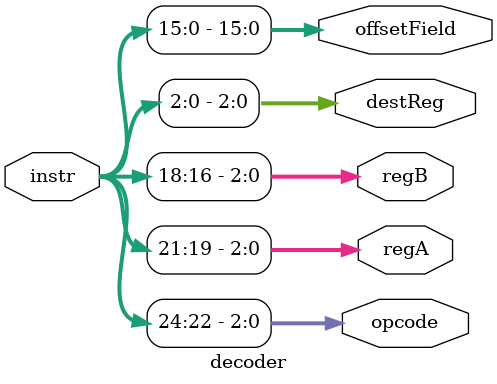
<source format=v>
module decoder(
    input [24:0] instr,
    output [2:0] opcode,
    output [2:0] regA,
                 regB,
                 destReg,
    output [15:0] offsetField 
);

assign opcode = instr[24:22];
assign regA = instr[21:19];
assign regB = instr[18:16];
assign destReg = instr[2:0];
assign offsetField = instr[15:0];

//opcodes, might end up somewhere else
// localparam 
// ADD_OP = 3'b000,  // rtype
// NOR_OP = 3'b001,
// LW_OP = 3'b010,   // ltype
// SW_OP = 3'b011,
// BEQ_OP = 3'b100,
// JALR_OP = 3'b101, // jtype
// HALT_OP = 3'b110, // o type
// NOOP_OP = 3'b111;



endmodule

</source>
